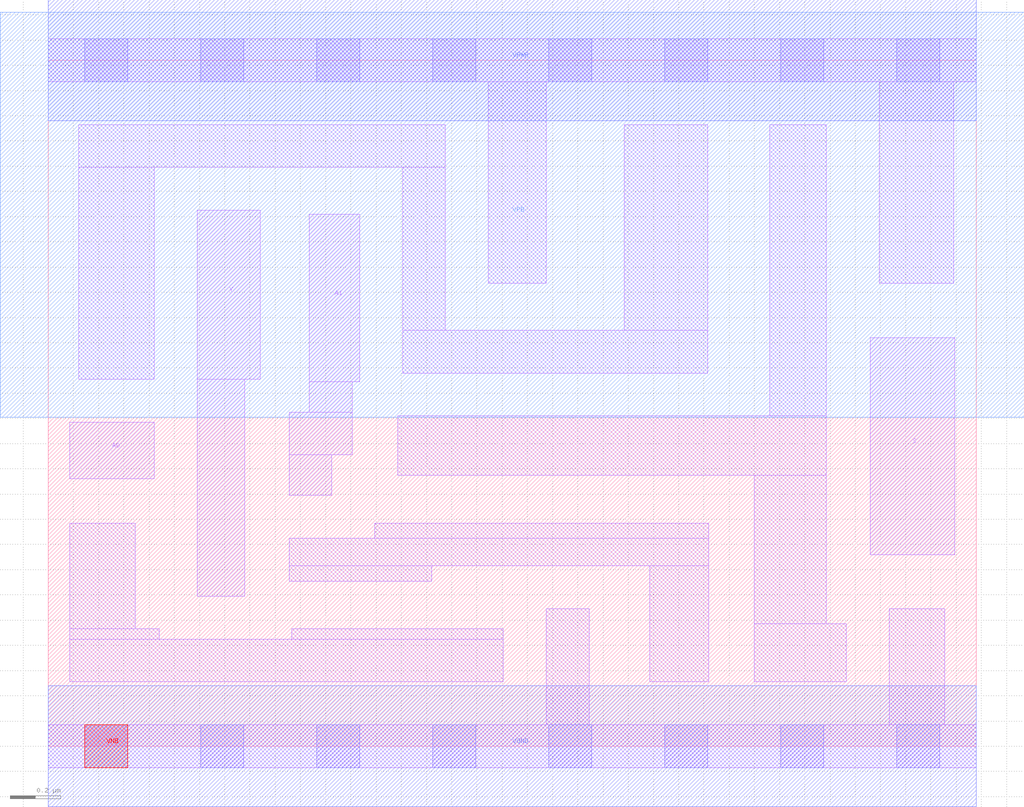
<source format=lef>
# Copyright 2020 The SkyWater PDK Authors
#
# Licensed under the Apache License, Version 2.0 (the "License");
# you may not use this file except in compliance with the License.
# You may obtain a copy of the License at
#
#     https://www.apache.org/licenses/LICENSE-2.0
#
# Unless required by applicable law or agreed to in writing, software
# distributed under the License is distributed on an "AS IS" BASIS,
# WITHOUT WARRANTIES OR CONDITIONS OF ANY KIND, either express or implied.
# See the License for the specific language governing permissions and
# limitations under the License.
#
# SPDX-License-Identifier: Apache-2.0

VERSION 5.7 ;
  NOWIREEXTENSIONATPIN ON ;
  DIVIDERCHAR "/" ;
  BUSBITCHARS "[]" ;
MACRO sky130_fd_sc_hd__mux2i_1
  CLASS CORE ;
  FOREIGN sky130_fd_sc_hd__mux2i_1 ;
  ORIGIN  0.000000  0.000000 ;
  SIZE  3.680000 BY  2.720000 ;
  SYMMETRY X Y R90 ;
  SITE unithd ;
  PIN A0
    ANTENNAGATEAREA  0.247500 ;
    DIRECTION INPUT ;
    USE SIGNAL ;
    PORT
      LAYER li1 ;
        RECT 0.085000 1.060000 0.420000 1.285000 ;
    END
  END A0
  PIN A1
    ANTENNAGATEAREA  0.247500 ;
    DIRECTION INPUT ;
    USE SIGNAL ;
    PORT
      LAYER li1 ;
        RECT 0.955000 0.995000 1.125000 1.155000 ;
        RECT 0.955000 1.155000 1.205000 1.325000 ;
        RECT 1.035000 1.325000 1.205000 1.445000 ;
        RECT 1.035000 1.445000 1.235000 2.110000 ;
    END
  END A1
  PIN S
    ANTENNAGATEAREA  0.495000 ;
    DIRECTION INPUT ;
    USE SIGNAL ;
    PORT
      LAYER li1 ;
        RECT 3.260000 0.760000 3.595000 1.620000 ;
    END
  END S
  PIN Y
    ANTENNADIFFAREA  0.480500 ;
    DIRECTION OUTPUT ;
    USE SIGNAL ;
    PORT
      LAYER li1 ;
        RECT 0.590000 0.595000 0.780000 1.455000 ;
        RECT 0.590000 1.455000 0.840000 2.125000 ;
    END
  END Y
  PIN VGND
    DIRECTION INOUT ;
    SHAPE ABUTMENT ;
    USE GROUND ;
    PORT
      LAYER met1 ;
        RECT 0.000000 -0.240000 3.680000 0.240000 ;
    END
  END VGND
  PIN VNB
    DIRECTION INOUT ;
    USE GROUND ;
    PORT
      LAYER pwell ;
        RECT 0.145000 -0.085000 0.315000 0.085000 ;
    END
  END VNB
  PIN VPB
    DIRECTION INOUT ;
    USE POWER ;
    PORT
      LAYER nwell ;
        RECT -0.190000 1.305000 3.870000 2.910000 ;
    END
  END VPB
  PIN VPWR
    DIRECTION INOUT ;
    SHAPE ABUTMENT ;
    USE POWER ;
    PORT
      LAYER met1 ;
        RECT 0.000000 2.480000 3.680000 2.960000 ;
    END
  END VPWR
  OBS
    LAYER li1 ;
      RECT 0.000000 -0.085000 3.680000 0.085000 ;
      RECT 0.000000  2.635000 3.680000 2.805000 ;
      RECT 0.085000  0.255000 1.805000 0.425000 ;
      RECT 0.085000  0.425000 0.440000 0.465000 ;
      RECT 0.085000  0.465000 0.345000 0.885000 ;
      RECT 0.120000  1.455000 0.420000 2.295000 ;
      RECT 0.120000  2.295000 1.575000 2.465000 ;
      RECT 0.955000  0.655000 1.520000 0.715000 ;
      RECT 0.955000  0.715000 2.620000 0.825000 ;
      RECT 0.965000  0.425000 1.805000 0.465000 ;
      RECT 1.295000  0.825000 2.620000 0.885000 ;
      RECT 1.385000  1.075000 3.085000 1.310000 ;
      RECT 1.405000  1.480000 2.615000 1.650000 ;
      RECT 1.405000  1.650000 1.575000 2.295000 ;
      RECT 1.745000  1.835000 1.975000 2.635000 ;
      RECT 1.975000  0.085000 2.145000 0.545000 ;
      RECT 2.285000  1.650000 2.615000 2.465000 ;
      RECT 2.385000  0.255000 2.620000 0.715000 ;
      RECT 2.800000  0.255000 3.165000 0.485000 ;
      RECT 2.800000  0.485000 3.085000 1.075000 ;
      RECT 2.860000  1.310000 3.085000 2.465000 ;
      RECT 3.295000  1.835000 3.590000 2.635000 ;
      RECT 3.335000  0.085000 3.555000 0.545000 ;
    LAYER mcon ;
      RECT 0.145000 -0.085000 0.315000 0.085000 ;
      RECT 0.145000  2.635000 0.315000 2.805000 ;
      RECT 0.605000 -0.085000 0.775000 0.085000 ;
      RECT 0.605000  2.635000 0.775000 2.805000 ;
      RECT 1.065000 -0.085000 1.235000 0.085000 ;
      RECT 1.065000  2.635000 1.235000 2.805000 ;
      RECT 1.525000 -0.085000 1.695000 0.085000 ;
      RECT 1.525000  2.635000 1.695000 2.805000 ;
      RECT 1.985000 -0.085000 2.155000 0.085000 ;
      RECT 1.985000  2.635000 2.155000 2.805000 ;
      RECT 2.445000 -0.085000 2.615000 0.085000 ;
      RECT 2.445000  2.635000 2.615000 2.805000 ;
      RECT 2.905000 -0.085000 3.075000 0.085000 ;
      RECT 2.905000  2.635000 3.075000 2.805000 ;
      RECT 3.365000 -0.085000 3.535000 0.085000 ;
      RECT 3.365000  2.635000 3.535000 2.805000 ;
  END
END sky130_fd_sc_hd__mux2i_1
END LIBRARY

</source>
